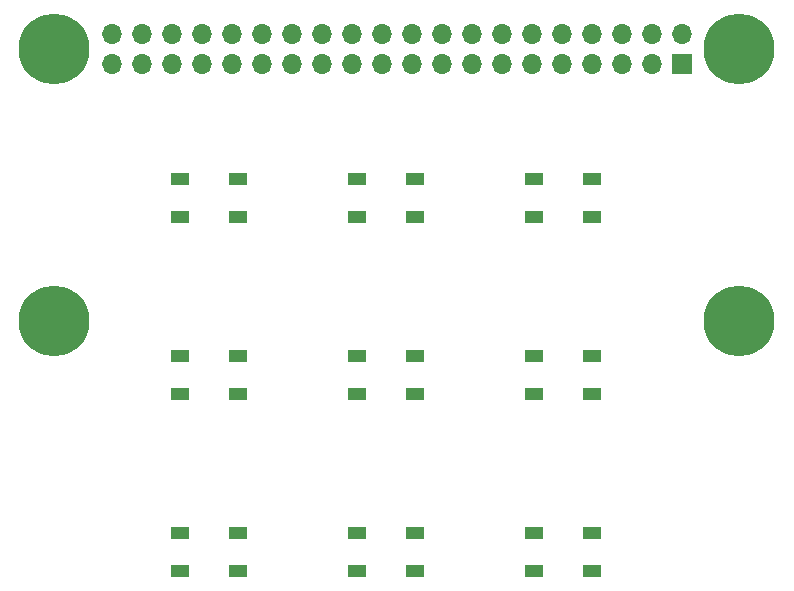
<source format=gbr>
%TF.GenerationSoftware,KiCad,Pcbnew,(6.0.5)*%
%TF.CreationDate,2022-12-28T23:50:48+05:30*%
%TF.ProjectId,rpi_hat,7270695f-6861-4742-9e6b-696361645f70,rev?*%
%TF.SameCoordinates,Original*%
%TF.FileFunction,Soldermask,Top*%
%TF.FilePolarity,Negative*%
%FSLAX46Y46*%
G04 Gerber Fmt 4.6, Leading zero omitted, Abs format (unit mm)*
G04 Created by KiCad (PCBNEW (6.0.5)) date 2022-12-28 23:50:48*
%MOMM*%
%LPD*%
G01*
G04 APERTURE LIST*
%ADD10O,1.700000X1.700000*%
%ADD11R,1.700000X1.700000*%
%ADD12C,6.000000*%
%ADD13R,1.500000X1.000000*%
G04 APERTURE END LIST*
D10*
%TO.C,U1*%
X110190000Y-52810000D03*
X110190000Y-55350000D03*
X112730000Y-52810000D03*
X112730000Y-55350000D03*
X115270000Y-52810000D03*
X115270000Y-55350000D03*
X117810000Y-52810000D03*
X117810000Y-55350000D03*
X120350000Y-52810000D03*
X120350000Y-55350000D03*
X122890000Y-52810000D03*
X122890000Y-55350000D03*
X125430000Y-52810000D03*
X125430000Y-55350000D03*
X127970000Y-52810000D03*
X127970000Y-55350000D03*
X130510000Y-52810000D03*
X130510000Y-55350000D03*
X133050000Y-52810000D03*
X133050000Y-55350000D03*
X135590000Y-52810000D03*
X135590000Y-55350000D03*
X138130000Y-52810000D03*
X138130000Y-55350000D03*
X140670000Y-52810000D03*
X140670000Y-55350000D03*
X143210000Y-52810000D03*
X143210000Y-55350000D03*
X145750000Y-52810000D03*
X145750000Y-55350000D03*
X148290000Y-52810000D03*
X148290000Y-55350000D03*
X150830000Y-52810000D03*
X150830000Y-55350000D03*
X153370000Y-52810000D03*
X153370000Y-55350000D03*
X155910000Y-52810000D03*
X155910000Y-55350000D03*
X158450000Y-52810000D03*
D11*
X158450000Y-55350000D03*
D12*
X163320000Y-54080000D03*
X163320000Y-77080000D03*
X105320000Y-54080000D03*
X105320000Y-77080000D03*
%TD*%
D13*
%TO.C,D9*%
X150850000Y-98250000D03*
X150850000Y-95050000D03*
X145950000Y-95050000D03*
X145950000Y-98250000D03*
%TD*%
%TO.C,D4*%
X120850000Y-83250000D03*
X120850000Y-80050000D03*
X115950000Y-80050000D03*
X115950000Y-83250000D03*
%TD*%
%TO.C,D3*%
X150850000Y-68250000D03*
X150850000Y-65050000D03*
X145950000Y-65050000D03*
X145950000Y-68250000D03*
%TD*%
%TO.C,D2*%
X135850000Y-68250000D03*
X135850000Y-65050000D03*
X130950000Y-65050000D03*
X130950000Y-68250000D03*
%TD*%
%TO.C,D8*%
X135850000Y-98250000D03*
X135850000Y-95050000D03*
X130950000Y-95050000D03*
X130950000Y-98250000D03*
%TD*%
%TO.C,D5*%
X130950000Y-83250000D03*
X130950000Y-80050000D03*
X135850000Y-80050000D03*
X135850000Y-83250000D03*
%TD*%
%TO.C,D7*%
X120850000Y-98250000D03*
X120850000Y-95050000D03*
X115950000Y-95050000D03*
X115950000Y-98250000D03*
%TD*%
%TO.C,D6*%
X150850000Y-83250000D03*
X150850000Y-80050000D03*
X145950000Y-80050000D03*
X145950000Y-83250000D03*
%TD*%
%TO.C,D1*%
X120850000Y-68250000D03*
X120850000Y-65050000D03*
X115950000Y-65050000D03*
X115950000Y-68250000D03*
%TD*%
M02*

</source>
